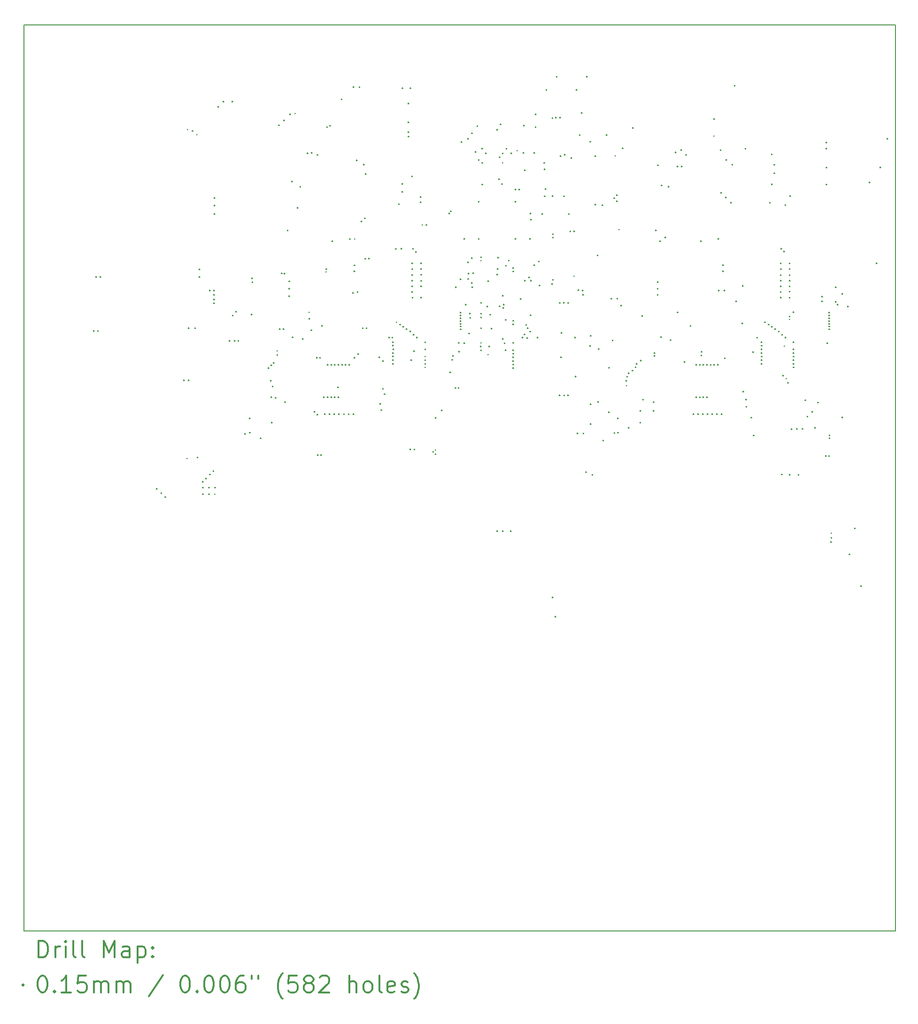
<source format=gbr>
%FSLAX45Y45*%
G04 Gerber Fmt 4.5, Leading zero omitted, Abs format (unit mm)*
G04 Created by KiCad (PCBNEW 4.0.7-e2-6376~61~ubuntu18.04.1) date Tue Nov 15 11:44:23 2022*
%MOMM*%
%LPD*%
G01*
G04 APERTURE LIST*
%ADD10C,0.127000*%
%ADD11C,0.100000*%
%ADD12C,0.200000*%
%ADD13C,0.300000*%
G04 APERTURE END LIST*
D10*
D11*
X21452000Y-9948000D02*
X21452000Y-9947000D01*
D12*
X5739000Y-9948000D02*
X21452000Y-9948000D01*
X5739000Y-9948000D02*
X5739000Y-26274000D01*
X21452000Y-26273000D02*
X21452000Y-9948000D01*
X5739000Y-26274000D02*
X21452000Y-26274000D01*
D12*
X6988542Y-15452000D02*
X7003542Y-15467000D01*
X7003542Y-15452000D02*
X6988542Y-15467000D01*
X7031500Y-14476500D02*
X7046500Y-14491500D01*
X7046500Y-14476500D02*
X7031500Y-14491500D01*
X7062542Y-15452000D02*
X7077542Y-15467000D01*
X7077542Y-15452000D02*
X7062542Y-15467000D01*
X7106500Y-14476500D02*
X7121500Y-14491500D01*
X7121500Y-14476500D02*
X7106500Y-14491500D01*
X8127500Y-18294500D02*
X8142500Y-18309500D01*
X8142500Y-18294500D02*
X8127500Y-18309500D01*
X8206500Y-18371958D02*
X8221500Y-18386958D01*
X8221500Y-18371958D02*
X8206500Y-18386958D01*
X8279500Y-18444958D02*
X8294500Y-18459958D01*
X8294500Y-18444958D02*
X8279500Y-18459958D01*
X8618042Y-16341500D02*
X8633042Y-16356500D01*
X8633042Y-16341500D02*
X8618042Y-16356500D01*
X8671271Y-17751271D02*
X8686271Y-17766271D01*
X8686271Y-17751271D02*
X8671271Y-17766271D01*
X8679042Y-11825500D02*
X8694042Y-11840500D01*
X8694042Y-11825500D02*
X8679042Y-11840500D01*
X8702042Y-16340500D02*
X8717042Y-16355500D01*
X8717042Y-16340500D02*
X8702042Y-16355500D01*
X8704042Y-15401500D02*
X8719042Y-15416500D01*
X8719042Y-15401500D02*
X8704042Y-15416500D01*
X8771042Y-11850500D02*
X8786042Y-11865500D01*
X8786042Y-11850500D02*
X8771042Y-11865500D01*
X8816042Y-15404500D02*
X8831042Y-15419500D01*
X8831042Y-15404500D02*
X8816042Y-15419500D01*
X8849042Y-11917500D02*
X8864042Y-11932500D01*
X8864042Y-11917500D02*
X8849042Y-11932500D01*
X8857500Y-17730500D02*
X8872500Y-17745500D01*
X8872500Y-17730500D02*
X8857500Y-17745500D01*
X8896500Y-14340500D02*
X8911500Y-14355500D01*
X8911500Y-14340500D02*
X8896500Y-14355500D01*
X8896500Y-14478500D02*
X8911500Y-14493500D01*
X8911500Y-14478500D02*
X8896500Y-14493500D01*
X8952500Y-18276500D02*
X8967500Y-18291500D01*
X8967500Y-18276500D02*
X8952500Y-18291500D01*
X8952500Y-18394500D02*
X8967500Y-18409500D01*
X8967500Y-18394500D02*
X8952500Y-18409500D01*
X8954000Y-18168000D02*
X8969000Y-18183000D01*
X8969000Y-18168000D02*
X8954000Y-18183000D01*
X9014000Y-18108000D02*
X9029000Y-18123000D01*
X9029000Y-18108000D02*
X9014000Y-18123000D01*
X9064500Y-18276500D02*
X9079500Y-18291500D01*
X9079500Y-18276500D02*
X9064500Y-18291500D01*
X9064500Y-18395500D02*
X9079500Y-18410500D01*
X9079500Y-18395500D02*
X9064500Y-18410500D01*
X9081542Y-14726042D02*
X9096542Y-14741042D01*
X9096542Y-14726042D02*
X9081542Y-14741042D01*
X9083500Y-18038500D02*
X9098500Y-18053500D01*
X9098500Y-18038500D02*
X9083500Y-18053500D01*
X9144500Y-17973500D02*
X9159500Y-17988500D01*
X9159500Y-17973500D02*
X9144500Y-17988500D01*
X9158542Y-14723500D02*
X9173542Y-14738500D01*
X9173542Y-14723500D02*
X9158542Y-14738500D01*
X9159042Y-14803542D02*
X9174042Y-14818542D01*
X9174042Y-14803542D02*
X9159042Y-14818542D01*
X9159042Y-14882500D02*
X9174042Y-14897500D01*
X9174042Y-14882500D02*
X9159042Y-14897500D01*
X9159042Y-14953500D02*
X9174042Y-14968500D01*
X9174042Y-14953500D02*
X9159042Y-14968500D01*
X9168500Y-13056500D02*
X9183500Y-13071500D01*
X9183500Y-13056500D02*
X9168500Y-13071500D01*
X9168500Y-13191500D02*
X9183500Y-13206500D01*
X9183500Y-13191500D02*
X9168500Y-13206500D01*
X9168500Y-13345500D02*
X9183500Y-13360500D01*
X9183500Y-13345500D02*
X9168500Y-13360500D01*
X9170500Y-18394500D02*
X9185500Y-18409500D01*
X9185500Y-18394500D02*
X9170500Y-18409500D01*
X9173500Y-18276500D02*
X9188500Y-18291500D01*
X9188500Y-18276500D02*
X9173500Y-18291500D01*
X9235500Y-11415500D02*
X9250500Y-11430500D01*
X9250500Y-11415500D02*
X9235500Y-11430500D01*
X9327500Y-11323500D02*
X9342500Y-11338500D01*
X9342500Y-11323500D02*
X9327500Y-11338500D01*
X9437500Y-15629500D02*
X9452500Y-15644500D01*
X9452500Y-15629500D02*
X9437500Y-15644500D01*
X9487500Y-11323500D02*
X9502500Y-11338500D01*
X9502500Y-11323500D02*
X9487500Y-11338500D01*
X9493500Y-15171500D02*
X9508500Y-15186500D01*
X9508500Y-15171500D02*
X9493500Y-15186500D01*
X9527500Y-15627500D02*
X9542500Y-15642500D01*
X9542500Y-15627500D02*
X9527500Y-15642500D01*
X9557500Y-15107500D02*
X9572500Y-15122500D01*
X9572500Y-15107500D02*
X9557500Y-15122500D01*
X9593500Y-15629500D02*
X9608500Y-15644500D01*
X9608500Y-15629500D02*
X9593500Y-15644500D01*
X9714042Y-17304542D02*
X9729042Y-17319542D01*
X9729042Y-17304542D02*
X9714042Y-17319542D01*
X9799500Y-17026500D02*
X9814500Y-17041500D01*
X9814500Y-17026500D02*
X9799500Y-17041500D01*
X9799500Y-17286500D02*
X9814500Y-17301500D01*
X9814500Y-17286500D02*
X9799500Y-17301500D01*
X9834042Y-15155500D02*
X9849042Y-15170500D01*
X9849042Y-15155500D02*
X9834042Y-15170500D01*
X9845654Y-14506269D02*
X9860654Y-14521269D01*
X9860654Y-14506269D02*
X9845654Y-14521269D01*
X9848500Y-14572500D02*
X9863500Y-14587500D01*
X9863500Y-14572500D02*
X9848500Y-14587500D01*
X9998042Y-17386500D02*
X10013042Y-17401500D01*
X10013042Y-17386500D02*
X9998042Y-17401500D01*
X10140500Y-16118500D02*
X10155500Y-16133500D01*
X10155500Y-16118500D02*
X10140500Y-16133500D01*
X10184500Y-16348500D02*
X10199500Y-16363500D01*
X10199500Y-16348500D02*
X10184500Y-16363500D01*
X10188500Y-16068500D02*
X10203500Y-16083500D01*
X10203500Y-16068500D02*
X10188500Y-16083500D01*
X10189500Y-16648500D02*
X10204500Y-16663500D01*
X10204500Y-16648500D02*
X10189500Y-16663500D01*
X10198250Y-17106500D02*
X10213250Y-17121500D01*
X10213250Y-17106500D02*
X10198250Y-17121500D01*
X10212500Y-16449500D02*
X10227500Y-16464500D01*
X10227500Y-16449500D02*
X10212500Y-16464500D01*
X10234500Y-16027500D02*
X10249500Y-16042500D01*
X10249500Y-16027500D02*
X10234500Y-16042500D01*
X10265500Y-16659500D02*
X10280500Y-16674500D01*
X10280500Y-16659500D02*
X10265500Y-16674500D01*
X10297500Y-15811500D02*
X10312500Y-15826500D01*
X10312500Y-15811500D02*
X10297500Y-15826500D01*
X10297500Y-15887500D02*
X10312500Y-15902500D01*
X10312500Y-15887500D02*
X10297500Y-15902500D01*
X10327500Y-11748500D02*
X10342500Y-11763500D01*
X10342500Y-11748500D02*
X10327500Y-11763500D01*
X10340500Y-15419500D02*
X10355500Y-15434500D01*
X10355500Y-15419500D02*
X10340500Y-15434500D01*
X10378500Y-14414500D02*
X10393500Y-14429500D01*
X10393500Y-14414500D02*
X10378500Y-14429500D01*
X10412500Y-15418500D02*
X10427500Y-15433500D01*
X10427500Y-15418500D02*
X10412500Y-15433500D01*
X10416500Y-11659500D02*
X10431500Y-11674500D01*
X10431500Y-11659500D02*
X10416500Y-11674500D01*
X10428500Y-14416500D02*
X10443500Y-14431500D01*
X10443500Y-14416500D02*
X10428500Y-14431500D01*
X10438458Y-16735500D02*
X10453458Y-16750500D01*
X10453458Y-16735500D02*
X10438458Y-16750500D01*
X10483500Y-13643500D02*
X10498500Y-13658500D01*
X10498500Y-13643500D02*
X10483500Y-13658500D01*
X10511042Y-14558542D02*
X10526042Y-14573542D01*
X10526042Y-14558542D02*
X10511042Y-14573542D01*
X10511042Y-14825542D02*
X10526042Y-14840542D01*
X10526042Y-14825542D02*
X10511042Y-14840542D01*
X10511500Y-14688500D02*
X10526500Y-14703500D01*
X10526500Y-14688500D02*
X10511500Y-14703500D01*
X10528500Y-11547500D02*
X10543500Y-11562500D01*
X10543500Y-11547500D02*
X10528500Y-11562500D01*
X10560500Y-12761500D02*
X10575500Y-12776500D01*
X10575500Y-12761500D02*
X10560500Y-12776500D01*
X10574500Y-15566500D02*
X10589500Y-15581500D01*
X10589500Y-15566500D02*
X10574500Y-15581500D01*
X10618500Y-11536500D02*
X10633500Y-11551500D01*
X10633500Y-11536500D02*
X10618500Y-11551500D01*
X10667500Y-13231500D02*
X10682500Y-13246500D01*
X10682500Y-13231500D02*
X10667500Y-13246500D01*
X10711458Y-12850500D02*
X10726458Y-12865500D01*
X10726458Y-12850500D02*
X10711458Y-12865500D01*
X10759500Y-15597500D02*
X10774500Y-15612500D01*
X10774500Y-15597500D02*
X10759500Y-15612500D01*
X10842042Y-12250542D02*
X10857042Y-12265542D01*
X10857042Y-12250542D02*
X10842042Y-12265542D01*
X10872500Y-15117500D02*
X10887500Y-15132500D01*
X10887500Y-15117500D02*
X10872500Y-15132500D01*
X10874500Y-15235542D02*
X10889500Y-15250542D01*
X10889500Y-15235542D02*
X10874500Y-15250542D01*
X10913500Y-15439500D02*
X10928500Y-15454500D01*
X10928500Y-15439500D02*
X10913500Y-15454500D01*
X10918500Y-12243500D02*
X10933500Y-12258500D01*
X10933500Y-12243500D02*
X10918500Y-12258500D01*
X10973042Y-16910500D02*
X10988042Y-16925500D01*
X10988042Y-16910500D02*
X10973042Y-16925500D01*
X11011042Y-15935500D02*
X11026042Y-15950500D01*
X11026042Y-15935500D02*
X11011042Y-15950500D01*
X11019458Y-12282500D02*
X11034458Y-12297500D01*
X11034458Y-12282500D02*
X11019458Y-12297500D01*
X11024042Y-16961500D02*
X11039042Y-16976500D01*
X11039042Y-16961500D02*
X11024042Y-16976500D01*
X11030042Y-17688500D02*
X11045042Y-17703500D01*
X11045042Y-17688500D02*
X11030042Y-17703500D01*
X11068042Y-15936500D02*
X11083042Y-15951500D01*
X11083042Y-15936500D02*
X11068042Y-15951500D01*
X11089042Y-17688500D02*
X11104042Y-17703500D01*
X11104042Y-17688500D02*
X11089042Y-17703500D01*
X11102458Y-15357500D02*
X11117458Y-15372500D01*
X11117458Y-15357500D02*
X11102458Y-15372500D01*
X11142000Y-16644500D02*
X11157000Y-16659500D01*
X11157000Y-16644500D02*
X11142000Y-16659500D01*
X11158500Y-16949500D02*
X11173500Y-16964500D01*
X11173500Y-16949500D02*
X11158500Y-16964500D01*
X11177500Y-14389500D02*
X11192500Y-14404500D01*
X11192500Y-14389500D02*
X11177500Y-14404500D01*
X11180500Y-14339500D02*
X11195500Y-14354500D01*
X11195500Y-14339500D02*
X11180500Y-14354500D01*
X11193500Y-11779500D02*
X11208500Y-11794500D01*
X11208500Y-11779500D02*
X11193500Y-11794500D01*
X11207000Y-16064500D02*
X11222000Y-16079500D01*
X11222000Y-16064500D02*
X11207000Y-16079500D01*
X11207000Y-16644500D02*
X11222000Y-16659500D01*
X11222000Y-16644500D02*
X11207000Y-16659500D01*
X11243500Y-16950500D02*
X11258500Y-16965500D01*
X11258500Y-16950500D02*
X11243500Y-16965500D01*
X11246500Y-11757500D02*
X11261500Y-11772500D01*
X11261500Y-11757500D02*
X11246500Y-11772500D01*
X11272000Y-16064500D02*
X11287000Y-16079500D01*
X11287000Y-16064500D02*
X11272000Y-16079500D01*
X11272000Y-16644500D02*
X11287000Y-16659500D01*
X11287000Y-16644500D02*
X11272000Y-16659500D01*
X11292542Y-13834500D02*
X11307542Y-13849500D01*
X11307542Y-13834500D02*
X11292542Y-13849500D01*
X11328500Y-16949500D02*
X11343500Y-16964500D01*
X11343500Y-16949500D02*
X11328500Y-16964500D01*
X11337000Y-16064500D02*
X11352000Y-16079500D01*
X11352000Y-16064500D02*
X11337000Y-16079500D01*
X11337000Y-16644500D02*
X11352000Y-16659500D01*
X11352000Y-16644500D02*
X11337000Y-16659500D01*
X11390500Y-16465500D02*
X11405500Y-16480500D01*
X11405500Y-16465500D02*
X11390500Y-16480500D01*
X11402000Y-16064500D02*
X11417000Y-16079500D01*
X11417000Y-16064500D02*
X11402000Y-16079500D01*
X11402000Y-16644500D02*
X11417000Y-16659500D01*
X11417000Y-16644500D02*
X11402000Y-16659500D01*
X11413500Y-16950500D02*
X11428500Y-16965500D01*
X11428500Y-16950500D02*
X11413500Y-16965500D01*
X11456500Y-11277500D02*
X11471500Y-11292500D01*
X11471500Y-11277500D02*
X11456500Y-11292500D01*
X11467000Y-16064500D02*
X11482000Y-16079500D01*
X11482000Y-16064500D02*
X11467000Y-16079500D01*
X11499500Y-16949500D02*
X11514500Y-16964500D01*
X11514500Y-16949500D02*
X11499500Y-16964500D01*
X11532000Y-16064500D02*
X11547000Y-16079500D01*
X11547000Y-16064500D02*
X11532000Y-16079500D01*
X11584500Y-16949500D02*
X11599500Y-16964500D01*
X11599500Y-16949500D02*
X11584500Y-16964500D01*
X11597000Y-16064500D02*
X11612000Y-16079500D01*
X11612000Y-16064500D02*
X11597000Y-16079500D01*
X11605042Y-13796542D02*
X11620042Y-13811542D01*
X11620042Y-13796542D02*
X11605042Y-13811542D01*
X11662042Y-14766542D02*
X11677042Y-14781542D01*
X11677042Y-14766542D02*
X11662042Y-14781542D01*
X11669500Y-16949500D02*
X11684500Y-16964500D01*
X11684500Y-16949500D02*
X11669500Y-16964500D01*
X11673500Y-11060500D02*
X11688500Y-11075500D01*
X11688500Y-11060500D02*
X11673500Y-11075500D01*
X11689500Y-15934500D02*
X11704500Y-15949500D01*
X11704500Y-15934500D02*
X11689500Y-15949500D01*
X11692458Y-14270500D02*
X11707458Y-14285500D01*
X11707458Y-14270500D02*
X11692458Y-14285500D01*
X11692500Y-14379542D02*
X11707500Y-14394542D01*
X11707500Y-14379542D02*
X11692500Y-14394542D01*
X11693042Y-13796542D02*
X11708042Y-13811542D01*
X11708042Y-13796542D02*
X11693042Y-13811542D01*
X11732500Y-12376500D02*
X11747500Y-12391500D01*
X11747500Y-12376500D02*
X11732500Y-12391500D01*
X11745042Y-14747542D02*
X11760042Y-14762542D01*
X11760042Y-14747542D02*
X11745042Y-14762542D01*
X11755500Y-15867500D02*
X11770500Y-15882500D01*
X11770500Y-15867500D02*
X11755500Y-15882500D01*
X11778500Y-11060500D02*
X11793500Y-11075500D01*
X11793500Y-11060500D02*
X11778500Y-11075500D01*
X11819500Y-13477500D02*
X11834500Y-13492500D01*
X11834500Y-13477500D02*
X11819500Y-13492500D01*
X11837042Y-15404542D02*
X11852042Y-15419542D01*
X11852042Y-15404542D02*
X11837042Y-15419542D01*
X11856458Y-12455500D02*
X11871458Y-12470500D01*
X11871458Y-12455500D02*
X11856458Y-12470500D01*
X11873500Y-13424500D02*
X11888500Y-13439500D01*
X11888500Y-13424500D02*
X11873500Y-13439500D01*
X11883042Y-14152542D02*
X11898042Y-14167542D01*
X11898042Y-14152542D02*
X11883042Y-14167542D01*
X11892500Y-12623500D02*
X11907500Y-12638500D01*
X11907500Y-12623500D02*
X11892500Y-12638500D01*
X11905042Y-15404542D02*
X11920042Y-15419542D01*
X11920042Y-15404542D02*
X11905042Y-15419542D01*
X11950042Y-14150542D02*
X11965042Y-14165542D01*
X11965042Y-14150542D02*
X11950042Y-14165542D01*
X12138500Y-15928500D02*
X12153500Y-15943500D01*
X12153500Y-15928500D02*
X12138500Y-15943500D01*
X12157542Y-16767000D02*
X12172542Y-16782000D01*
X12172542Y-16767000D02*
X12157542Y-16782000D01*
X12172542Y-16879500D02*
X12187542Y-16894500D01*
X12187542Y-16879500D02*
X12172542Y-16894500D01*
X12202500Y-16496500D02*
X12217500Y-16511500D01*
X12217500Y-16496500D02*
X12202500Y-16511500D01*
X12205500Y-15991500D02*
X12220500Y-16006500D01*
X12220500Y-15991500D02*
X12205500Y-16006500D01*
X12233542Y-16592000D02*
X12248542Y-16607000D01*
X12248542Y-16592000D02*
X12233542Y-16607000D01*
X12314500Y-15572500D02*
X12329500Y-15587500D01*
X12329500Y-15572500D02*
X12314500Y-15587500D01*
X12371500Y-15572500D02*
X12386500Y-15587500D01*
X12386500Y-15572500D02*
X12371500Y-15587500D01*
X12384500Y-15654000D02*
X12399500Y-15669000D01*
X12399500Y-15654000D02*
X12384500Y-15669000D01*
X12384500Y-15717500D02*
X12399500Y-15732500D01*
X12399500Y-15717500D02*
X12384500Y-15732500D01*
X12384500Y-15849000D02*
X12399500Y-15864000D01*
X12399500Y-15849000D02*
X12384500Y-15864000D01*
X12384500Y-15979000D02*
X12399500Y-15994000D01*
X12399500Y-15979000D02*
X12384500Y-15994000D01*
X12384500Y-16044000D02*
X12399500Y-16059000D01*
X12399500Y-16044000D02*
X12384500Y-16059000D01*
X12385750Y-15912750D02*
X12400750Y-15927750D01*
X12400750Y-15912750D02*
X12385750Y-15927750D01*
X12392500Y-15784500D02*
X12407500Y-15799500D01*
X12407500Y-15784500D02*
X12392500Y-15799500D01*
X12435458Y-13974500D02*
X12450458Y-13989500D01*
X12450458Y-13974500D02*
X12435458Y-13989500D01*
X12448000Y-15295500D02*
X12463000Y-15310500D01*
X12463000Y-15295500D02*
X12448000Y-15310500D01*
X12490500Y-13165500D02*
X12505500Y-13180500D01*
X12505500Y-13165500D02*
X12490500Y-13180500D01*
X12512500Y-15337500D02*
X12527500Y-15352500D01*
X12527500Y-15337500D02*
X12512500Y-15352500D01*
X12534500Y-13971458D02*
X12549500Y-13986458D01*
X12549500Y-13971458D02*
X12534500Y-13986458D01*
X12553500Y-11079500D02*
X12568500Y-11094500D01*
X12568500Y-11079500D02*
X12553500Y-11094500D01*
X12554500Y-12801500D02*
X12569500Y-12816500D01*
X12569500Y-12801500D02*
X12554500Y-12816500D01*
X12554500Y-12948500D02*
X12569500Y-12963500D01*
X12569500Y-12948500D02*
X12554500Y-12963500D01*
X12571500Y-15376500D02*
X12586500Y-15391500D01*
X12586500Y-15376500D02*
X12571500Y-15391500D01*
X12632500Y-15421500D02*
X12647500Y-15436500D01*
X12647500Y-15421500D02*
X12632500Y-15436500D01*
X12663500Y-11355500D02*
X12678500Y-11370500D01*
X12678500Y-11355500D02*
X12663500Y-11370500D01*
X12663500Y-11692500D02*
X12678500Y-11707500D01*
X12678500Y-11692500D02*
X12663500Y-11707500D01*
X12663500Y-11869500D02*
X12678500Y-11884500D01*
X12678500Y-11869500D02*
X12663500Y-11884500D01*
X12664000Y-11951000D02*
X12679000Y-11966000D01*
X12679000Y-11951000D02*
X12664000Y-11966000D01*
X12695500Y-11079500D02*
X12710500Y-11094500D01*
X12710500Y-11079500D02*
X12695500Y-11094500D01*
X12695500Y-15462500D02*
X12710500Y-15477500D01*
X12710500Y-15462500D02*
X12695500Y-15477500D01*
X12696042Y-17585500D02*
X12711042Y-17600500D01*
X12711042Y-17585500D02*
X12696042Y-17600500D01*
X12716500Y-15978500D02*
X12731500Y-15993500D01*
X12731500Y-15978500D02*
X12716500Y-15993500D01*
X12727500Y-12666500D02*
X12742500Y-12681500D01*
X12742500Y-12666500D02*
X12727500Y-12681500D01*
X12729500Y-14231500D02*
X12744500Y-14246500D01*
X12744500Y-14231500D02*
X12729500Y-14246500D01*
X12729500Y-14444500D02*
X12744500Y-14459500D01*
X12744500Y-14444500D02*
X12729500Y-14459500D01*
X12730500Y-14338500D02*
X12745500Y-14353500D01*
X12745500Y-14338500D02*
X12730500Y-14353500D01*
X12730500Y-14750500D02*
X12745500Y-14765500D01*
X12745500Y-14750500D02*
X12730500Y-14765500D01*
X12731500Y-14549500D02*
X12746500Y-14564500D01*
X12746500Y-14549500D02*
X12731500Y-14564500D01*
X12731500Y-14649500D02*
X12746500Y-14664500D01*
X12746500Y-14649500D02*
X12731500Y-14664500D01*
X12734500Y-14851500D02*
X12749500Y-14866500D01*
X12749500Y-14851500D02*
X12734500Y-14866500D01*
X12743458Y-13971458D02*
X12758458Y-13986458D01*
X12758458Y-13971458D02*
X12743458Y-13986458D01*
X12755500Y-15520500D02*
X12770500Y-15535500D01*
X12770500Y-15520500D02*
X12755500Y-15535500D01*
X12765500Y-15817500D02*
X12780500Y-15832500D01*
X12780500Y-15817500D02*
X12765500Y-15832500D01*
X12770042Y-17585500D02*
X12785042Y-17600500D01*
X12785042Y-17585500D02*
X12770042Y-17600500D01*
X12800542Y-14028542D02*
X12815542Y-14043542D01*
X12815542Y-14028542D02*
X12800542Y-14043542D01*
X12815500Y-15573500D02*
X12830500Y-15588500D01*
X12830500Y-15573500D02*
X12815500Y-15588500D01*
X12884500Y-13042500D02*
X12899500Y-13057500D01*
X12899500Y-13042500D02*
X12884500Y-13057500D01*
X12884500Y-13134500D02*
X12899500Y-13149500D01*
X12899500Y-13134500D02*
X12884500Y-13149500D01*
X12890458Y-14231500D02*
X12905458Y-14246500D01*
X12905458Y-14231500D02*
X12890458Y-14246500D01*
X12890458Y-14550500D02*
X12905458Y-14565500D01*
X12905458Y-14550500D02*
X12890458Y-14565500D01*
X12890458Y-14851500D02*
X12905458Y-14866500D01*
X12905458Y-14851500D02*
X12890458Y-14866500D01*
X12890500Y-14332500D02*
X12905500Y-14347500D01*
X12905500Y-14332500D02*
X12890500Y-14347500D01*
X12890500Y-14440500D02*
X12905500Y-14455500D01*
X12905500Y-14440500D02*
X12890500Y-14455500D01*
X12890500Y-14649500D02*
X12905500Y-14664500D01*
X12905500Y-14649500D02*
X12890500Y-14664500D01*
X12912500Y-13543500D02*
X12927500Y-13558500D01*
X12927500Y-13543500D02*
X12912500Y-13558500D01*
X12964500Y-15654000D02*
X12979500Y-15669000D01*
X12979500Y-15654000D02*
X12964500Y-15669000D01*
X12964500Y-15784000D02*
X12979500Y-15799000D01*
X12979500Y-15784000D02*
X12964500Y-15799000D01*
X12964500Y-15914000D02*
X12979500Y-15929000D01*
X12979500Y-15914000D02*
X12964500Y-15929000D01*
X12964500Y-16044000D02*
X12979500Y-16059000D01*
X12979500Y-16044000D02*
X12964500Y-16059000D01*
X12964500Y-16109000D02*
X12979500Y-16124000D01*
X12979500Y-16109000D02*
X12964500Y-16124000D01*
X12964542Y-15979000D02*
X12979542Y-15994000D01*
X12979542Y-15979000D02*
X12964542Y-15994000D01*
X12986500Y-13543500D02*
X13001500Y-13558500D01*
X13001500Y-13543500D02*
X12986500Y-13558500D01*
X13107042Y-17628500D02*
X13122042Y-17643500D01*
X13122042Y-17628500D02*
X13107042Y-17643500D01*
X13151042Y-17599500D02*
X13166042Y-17614500D01*
X13166042Y-17599500D02*
X13151042Y-17614500D01*
X13151042Y-17671500D02*
X13166042Y-17686500D01*
X13166042Y-17671500D02*
X13151042Y-17686500D01*
X13151500Y-17019500D02*
X13166500Y-17034500D01*
X13166500Y-17019500D02*
X13151500Y-17034500D01*
X13267500Y-16882500D02*
X13282500Y-16897500D01*
X13282500Y-16882500D02*
X13267500Y-16897500D01*
X13397500Y-13334500D02*
X13412500Y-13349500D01*
X13412500Y-13334500D02*
X13397500Y-13349500D01*
X13415542Y-16195000D02*
X13430542Y-16210000D01*
X13430542Y-16195000D02*
X13415542Y-16210000D01*
X13427500Y-13298500D02*
X13442500Y-13313500D01*
X13442500Y-13298500D02*
X13427500Y-13313500D01*
X13453542Y-15973000D02*
X13468542Y-15988000D01*
X13468542Y-15973000D02*
X13453542Y-15988000D01*
X13470500Y-15901500D02*
X13485500Y-15916500D01*
X13485500Y-15901500D02*
X13470500Y-15916500D01*
X13512500Y-16481500D02*
X13527500Y-16496500D01*
X13527500Y-16481500D02*
X13512500Y-16496500D01*
X13518042Y-14668042D02*
X13533042Y-14683042D01*
X13533042Y-14668042D02*
X13518042Y-14683042D01*
X13564500Y-16476500D02*
X13579500Y-16491500D01*
X13579500Y-16476500D02*
X13564500Y-16491500D01*
X13570458Y-15668500D02*
X13585458Y-15683500D01*
X13585458Y-15668500D02*
X13570458Y-15683500D01*
X13575500Y-15824500D02*
X13590500Y-15839500D01*
X13590500Y-15824500D02*
X13575500Y-15839500D01*
X13602500Y-14518500D02*
X13617500Y-14533500D01*
X13617500Y-14518500D02*
X13602500Y-14533500D01*
X13603000Y-15122500D02*
X13618000Y-15137500D01*
X13618000Y-15122500D02*
X13603000Y-15137500D01*
X13603000Y-15172500D02*
X13618000Y-15187500D01*
X13618000Y-15172500D02*
X13603000Y-15187500D01*
X13603000Y-15222500D02*
X13618000Y-15237500D01*
X13618000Y-15222500D02*
X13603000Y-15237500D01*
X13603000Y-15272500D02*
X13618000Y-15287500D01*
X13618000Y-15272500D02*
X13603000Y-15287500D01*
X13603000Y-15322500D02*
X13618000Y-15337500D01*
X13618000Y-15322500D02*
X13603000Y-15337500D01*
X13603000Y-15372500D02*
X13618000Y-15387500D01*
X13618000Y-15372500D02*
X13603000Y-15387500D01*
X13603000Y-15422500D02*
X13618000Y-15437500D01*
X13618000Y-15422500D02*
X13603000Y-15437500D01*
X13619500Y-12048500D02*
X13634500Y-12063500D01*
X13634500Y-12048500D02*
X13619500Y-12063500D01*
X13668500Y-15672500D02*
X13683500Y-15687500D01*
X13683500Y-15672500D02*
X13668500Y-15687500D01*
X13671500Y-13793500D02*
X13686500Y-13808500D01*
X13686500Y-13793500D02*
X13671500Y-13808500D01*
X13695500Y-14977500D02*
X13710500Y-14992500D01*
X13710500Y-14977500D02*
X13695500Y-14992500D01*
X13735500Y-11990500D02*
X13750500Y-12005500D01*
X13750500Y-11990500D02*
X13735500Y-12005500D01*
X13739500Y-14219500D02*
X13754500Y-14234500D01*
X13754500Y-14219500D02*
X13739500Y-14234500D01*
X13740500Y-14517500D02*
X13755500Y-14532500D01*
X13755500Y-14517500D02*
X13740500Y-14532500D01*
X13746500Y-14417500D02*
X13761500Y-14432500D01*
X13761500Y-14417500D02*
X13746500Y-14432500D01*
X13756500Y-15499500D02*
X13771500Y-15514500D01*
X13771500Y-15499500D02*
X13756500Y-15514500D01*
X13769500Y-15136500D02*
X13784500Y-15151500D01*
X13784500Y-15136500D02*
X13769500Y-15151500D01*
X13777500Y-15218500D02*
X13792500Y-15233500D01*
X13792500Y-15218500D02*
X13777500Y-15233500D01*
X13804500Y-11891500D02*
X13819500Y-11906500D01*
X13819500Y-11891500D02*
X13804500Y-11906500D01*
X13805500Y-14141500D02*
X13820500Y-14156500D01*
X13820500Y-14141500D02*
X13805500Y-14156500D01*
X13807500Y-14590000D02*
X13822500Y-14605000D01*
X13822500Y-14590000D02*
X13807500Y-14605000D01*
X13817500Y-14668042D02*
X13832500Y-14683042D01*
X13832500Y-14668042D02*
X13817500Y-14683042D01*
X13828500Y-14411500D02*
X13843500Y-14426500D01*
X13843500Y-14411500D02*
X13828500Y-14426500D01*
X13872500Y-12226500D02*
X13887500Y-12241500D01*
X13887500Y-12226500D02*
X13872500Y-12241500D01*
X13903500Y-11759500D02*
X13918500Y-11774500D01*
X13918500Y-11759500D02*
X13903500Y-11774500D01*
X13929500Y-12370500D02*
X13944500Y-12385500D01*
X13944500Y-12370500D02*
X13929500Y-12385500D01*
X13929500Y-13121500D02*
X13944500Y-13136500D01*
X13944500Y-13121500D02*
X13929500Y-13136500D01*
X13929500Y-13793458D02*
X13944500Y-13808458D01*
X13944500Y-13793458D02*
X13929500Y-13808458D01*
X13969500Y-15731500D02*
X13984500Y-15746500D01*
X13984500Y-15731500D02*
X13969500Y-15746500D01*
X13970500Y-14946000D02*
X13985500Y-14961000D01*
X13985500Y-14946000D02*
X13970500Y-14961000D01*
X13970500Y-15141000D02*
X13985500Y-15156000D01*
X13985500Y-15141000D02*
X13970500Y-15156000D01*
X13970500Y-15206000D02*
X13985500Y-15221000D01*
X13985500Y-15206000D02*
X13970500Y-15221000D01*
X13970500Y-15401000D02*
X13985500Y-15416000D01*
X13985500Y-15401000D02*
X13970500Y-15416000D01*
X13971500Y-14121000D02*
X13986500Y-14136000D01*
X13986500Y-14121000D02*
X13971500Y-14136000D01*
X13971500Y-14186000D02*
X13986500Y-14201000D01*
X13986500Y-14186000D02*
X13971500Y-14201000D01*
X13971542Y-15668500D02*
X13986542Y-15683500D01*
X13986542Y-15668500D02*
X13971542Y-15683500D01*
X13971542Y-15798500D02*
X13986542Y-15813500D01*
X13986542Y-15798500D02*
X13971542Y-15813500D01*
X13991500Y-12425500D02*
X14006500Y-12440500D01*
X14006500Y-12425500D02*
X13991500Y-12440500D01*
X13993500Y-12167500D02*
X14008500Y-12182500D01*
X14008500Y-12167500D02*
X13993500Y-12182500D01*
X13993500Y-12814500D02*
X14008500Y-12829500D01*
X14008500Y-12814500D02*
X13993500Y-12829500D01*
X14060500Y-12251500D02*
X14075500Y-12266500D01*
X14075500Y-12251500D02*
X14060500Y-12266500D01*
X14085500Y-15011500D02*
X14100500Y-15026500D01*
X14100500Y-15011500D02*
X14085500Y-15026500D01*
X14097500Y-15880500D02*
X14112500Y-15895500D01*
X14112500Y-15880500D02*
X14097500Y-15895500D01*
X14105500Y-14556500D02*
X14120500Y-14571500D01*
X14120500Y-14556500D02*
X14105500Y-14571500D01*
X14116500Y-15734500D02*
X14131500Y-15749500D01*
X14131500Y-15734500D02*
X14116500Y-15749500D01*
X14135500Y-15160500D02*
X14150500Y-15175500D01*
X14150500Y-15160500D02*
X14135500Y-15175500D01*
X14160500Y-15409500D02*
X14175500Y-15424500D01*
X14175500Y-15409500D02*
X14160500Y-15424500D01*
X14260500Y-14436500D02*
X14275500Y-14451500D01*
X14275500Y-14436500D02*
X14260500Y-14451500D01*
X14261500Y-11830500D02*
X14276500Y-11845500D01*
X14276500Y-11830500D02*
X14261500Y-11845500D01*
X14265500Y-19058500D02*
X14280500Y-19073500D01*
X14280500Y-19058500D02*
X14265500Y-19073500D01*
X14274500Y-14334500D02*
X14289500Y-14349500D01*
X14289500Y-14334500D02*
X14274500Y-14349500D01*
X14277500Y-14134500D02*
X14292500Y-14149500D01*
X14292500Y-14134500D02*
X14277500Y-14149500D01*
X14296500Y-12716500D02*
X14311500Y-12731500D01*
X14311500Y-12716500D02*
X14296500Y-12731500D01*
X14303500Y-15007500D02*
X14318500Y-15022500D01*
X14318500Y-15007500D02*
X14303500Y-15022500D01*
X14304500Y-12323500D02*
X14319500Y-12338500D01*
X14319500Y-12323500D02*
X14304500Y-12338500D01*
X14321500Y-11731500D02*
X14336500Y-11746500D01*
X14336500Y-11731500D02*
X14321500Y-11746500D01*
X14347500Y-12807500D02*
X14362500Y-12822500D01*
X14362500Y-12807500D02*
X14347500Y-12822500D01*
X14360500Y-12425500D02*
X14375500Y-12440500D01*
X14375500Y-12425500D02*
X14360500Y-12440500D01*
X14361500Y-12251500D02*
X14376500Y-12266500D01*
X14376500Y-12251500D02*
X14361500Y-12266500D01*
X14362500Y-15595500D02*
X14377500Y-15610500D01*
X14377500Y-15595500D02*
X14362500Y-15610500D01*
X14365500Y-19058500D02*
X14380500Y-19073500D01*
X14380500Y-19058500D02*
X14365500Y-19073500D01*
X14366500Y-14820500D02*
X14381500Y-14835500D01*
X14381500Y-14820500D02*
X14366500Y-14835500D01*
X14372500Y-15039500D02*
X14387500Y-15054500D01*
X14387500Y-15039500D02*
X14372500Y-15054500D01*
X14384500Y-14975500D02*
X14399500Y-14990500D01*
X14399500Y-14975500D02*
X14384500Y-14990500D01*
X14395500Y-15670500D02*
X14410500Y-15685500D01*
X14410500Y-15670500D02*
X14395500Y-15685500D01*
X14413542Y-15798000D02*
X14428542Y-15813000D01*
X14428542Y-15798000D02*
X14413542Y-15813000D01*
X14414500Y-15254500D02*
X14429500Y-15269500D01*
X14429500Y-15254500D02*
X14414500Y-15269500D01*
X14419500Y-14276500D02*
X14434500Y-14291500D01*
X14434500Y-14276500D02*
X14419500Y-14291500D01*
X14429500Y-12167500D02*
X14444500Y-12182500D01*
X14444500Y-12167500D02*
X14429500Y-12182500D01*
X14470500Y-14184500D02*
X14485500Y-14199500D01*
X14485500Y-14184500D02*
X14470500Y-14199500D01*
X14508500Y-19058500D02*
X14523500Y-19073500D01*
X14523500Y-19058500D02*
X14508500Y-19073500D01*
X14518500Y-12251500D02*
X14533500Y-12266500D01*
X14533500Y-12251500D02*
X14518500Y-12266500D01*
X14550500Y-15271000D02*
X14565500Y-15286000D01*
X14565500Y-15271000D02*
X14550500Y-15286000D01*
X14550500Y-15336000D02*
X14565500Y-15351000D01*
X14565500Y-15336000D02*
X14550500Y-15351000D01*
X14550542Y-15799000D02*
X14565542Y-15814000D01*
X14565542Y-15799000D02*
X14550542Y-15814000D01*
X14551500Y-14316000D02*
X14566500Y-14331000D01*
X14566500Y-14316000D02*
X14551500Y-14331000D01*
X14551500Y-14381000D02*
X14566500Y-14396000D01*
X14566500Y-14381000D02*
X14551500Y-14396000D01*
X14551542Y-15668500D02*
X14566542Y-15683500D01*
X14566542Y-15668500D02*
X14551542Y-15683500D01*
X14551542Y-15863500D02*
X14566542Y-15878500D01*
X14566542Y-15863500D02*
X14551542Y-15878500D01*
X14551542Y-15928500D02*
X14566542Y-15943500D01*
X14566542Y-15928500D02*
X14551542Y-15943500D01*
X14551542Y-15993500D02*
X14566542Y-16008500D01*
X14566542Y-15993500D02*
X14551542Y-16008500D01*
X14551542Y-16058500D02*
X14566542Y-16073500D01*
X14566542Y-16058500D02*
X14551542Y-16073500D01*
X14551542Y-16123500D02*
X14566542Y-16138500D01*
X14566542Y-16123500D02*
X14551542Y-16138500D01*
X14596500Y-12904500D02*
X14611500Y-12919500D01*
X14611500Y-12904500D02*
X14596500Y-12919500D01*
X14596500Y-13121500D02*
X14611500Y-13136500D01*
X14611500Y-13121500D02*
X14596500Y-13136500D01*
X14596500Y-13793458D02*
X14611500Y-13808458D01*
X14611500Y-13793458D02*
X14596500Y-13808458D01*
X14622500Y-12206500D02*
X14637500Y-12221500D01*
X14637500Y-12206500D02*
X14622500Y-12221500D01*
X14661500Y-12901500D02*
X14676500Y-12916500D01*
X14676500Y-12901500D02*
X14661500Y-12916500D01*
X14685500Y-14874542D02*
X14700500Y-14889542D01*
X14700500Y-14874542D02*
X14685500Y-14889542D01*
X14720500Y-15569500D02*
X14735500Y-15584500D01*
X14735500Y-15569500D02*
X14720500Y-15584500D01*
X14738500Y-12242500D02*
X14753500Y-12257500D01*
X14753500Y-12242500D02*
X14738500Y-12257500D01*
X14747500Y-11749500D02*
X14762500Y-11764500D01*
X14762500Y-11749500D02*
X14747500Y-11764500D01*
X14756500Y-15516500D02*
X14771500Y-15531500D01*
X14771500Y-15516500D02*
X14756500Y-15531500D01*
X14764500Y-12554500D02*
X14779500Y-12569500D01*
X14779500Y-12554500D02*
X14764500Y-12569500D01*
X14764500Y-14549500D02*
X14779500Y-14564500D01*
X14779500Y-14549500D02*
X14764500Y-14564500D01*
X14784500Y-15339500D02*
X14799500Y-15354500D01*
X14799500Y-15339500D02*
X14784500Y-15354500D01*
X14802500Y-15577500D02*
X14817500Y-15592500D01*
X14817500Y-15577500D02*
X14802500Y-15592500D01*
X14811500Y-15403500D02*
X14826500Y-15418500D01*
X14826500Y-15403500D02*
X14811500Y-15418500D01*
X14841500Y-14485500D02*
X14856500Y-14500500D01*
X14856500Y-14485500D02*
X14841500Y-14500500D01*
X14853500Y-15465500D02*
X14868500Y-15480500D01*
X14868500Y-15465500D02*
X14853500Y-15480500D01*
X14856500Y-13795500D02*
X14871500Y-13810500D01*
X14871500Y-13795500D02*
X14856500Y-13810500D01*
X14862500Y-15169500D02*
X14877500Y-15184500D01*
X14877500Y-15169500D02*
X14862500Y-15184500D01*
X14866500Y-13335500D02*
X14881500Y-13350500D01*
X14881500Y-13335500D02*
X14866500Y-13350500D01*
X14870500Y-13443500D02*
X14885500Y-13458500D01*
X14885500Y-13443500D02*
X14870500Y-13458500D01*
X14874500Y-14548500D02*
X14889500Y-14563500D01*
X14889500Y-14548500D02*
X14874500Y-14563500D01*
X14933500Y-14266500D02*
X14948500Y-14281500D01*
X14948500Y-14266500D02*
X14933500Y-14281500D01*
X14934500Y-12240500D02*
X14949500Y-12255500D01*
X14949500Y-12240500D02*
X14934500Y-12255500D01*
X14953500Y-11779500D02*
X14968500Y-11794500D01*
X14968500Y-11779500D02*
X14953500Y-11794500D01*
X14955500Y-11548500D02*
X14970500Y-11563500D01*
X14970500Y-11548500D02*
X14955500Y-11563500D01*
X14994500Y-15568500D02*
X15009500Y-15583500D01*
X15009500Y-15568500D02*
X14994500Y-15583500D01*
X15013500Y-14199500D02*
X15028500Y-14214500D01*
X15028500Y-14199500D02*
X15013500Y-14214500D01*
X15022500Y-14635500D02*
X15037500Y-14650500D01*
X15037500Y-14635500D02*
X15022500Y-14650500D01*
X15076500Y-13342500D02*
X15091500Y-13357500D01*
X15091500Y-13342500D02*
X15076500Y-13357500D01*
X15112500Y-12426500D02*
X15127500Y-12441500D01*
X15127500Y-12426500D02*
X15112500Y-12441500D01*
X15119500Y-12538500D02*
X15134500Y-12553500D01*
X15134500Y-12538500D02*
X15119500Y-12553500D01*
X15121042Y-13027500D02*
X15136042Y-13042500D01*
X15136042Y-13027500D02*
X15121042Y-13042500D01*
X15138500Y-12898500D02*
X15153500Y-12913500D01*
X15153500Y-12898500D02*
X15138500Y-12913500D01*
X15147500Y-11109500D02*
X15162500Y-11124500D01*
X15162500Y-11109500D02*
X15147500Y-11124500D01*
X15255042Y-14603542D02*
X15270042Y-14618542D01*
X15270042Y-14603542D02*
X15255042Y-14618542D01*
X15257500Y-11617500D02*
X15272500Y-11632500D01*
X15272500Y-11617500D02*
X15257500Y-11632500D01*
X15259500Y-20251500D02*
X15274500Y-20266500D01*
X15274500Y-20251500D02*
X15259500Y-20266500D01*
X15265042Y-13025500D02*
X15280042Y-13040500D01*
X15280042Y-13025500D02*
X15265042Y-13040500D01*
X15267042Y-13711542D02*
X15282042Y-13726542D01*
X15282042Y-13711542D02*
X15267042Y-13726542D01*
X15267042Y-13767542D02*
X15282042Y-13782542D01*
X15282042Y-13767542D02*
X15267042Y-13782542D01*
X15267042Y-14530542D02*
X15282042Y-14545542D01*
X15282042Y-14530542D02*
X15267042Y-14545542D01*
X15312500Y-20603500D02*
X15327500Y-20618500D01*
X15327500Y-20603500D02*
X15312500Y-20618500D01*
X15324500Y-11611500D02*
X15339500Y-11626500D01*
X15339500Y-11611500D02*
X15324500Y-11626500D01*
X15335500Y-10871500D02*
X15350500Y-10886500D01*
X15350500Y-10871500D02*
X15335500Y-10886500D01*
X15389500Y-14949500D02*
X15404500Y-14964500D01*
X15404500Y-14949500D02*
X15389500Y-14964500D01*
X15389500Y-16611500D02*
X15404500Y-16626500D01*
X15404500Y-16611500D02*
X15389500Y-16626500D01*
X15396500Y-11611500D02*
X15411500Y-11626500D01*
X15411500Y-11611500D02*
X15396500Y-11626500D01*
X15405500Y-12300500D02*
X15420500Y-12315500D01*
X15420500Y-12300500D02*
X15405500Y-12315500D01*
X15416500Y-15928500D02*
X15431500Y-15943500D01*
X15431500Y-15928500D02*
X15416500Y-15943500D01*
X15421500Y-15488500D02*
X15436500Y-15503500D01*
X15436500Y-15488500D02*
X15421500Y-15503500D01*
X15466500Y-14947500D02*
X15481500Y-14962500D01*
X15481500Y-14947500D02*
X15466500Y-14962500D01*
X15467042Y-13027500D02*
X15482042Y-13042500D01*
X15482042Y-13027500D02*
X15467042Y-13042500D01*
X15469500Y-16611500D02*
X15484500Y-16626500D01*
X15484500Y-16611500D02*
X15469500Y-16626500D01*
X15479500Y-12276500D02*
X15494500Y-12291500D01*
X15494500Y-12276500D02*
X15479500Y-12291500D01*
X15544500Y-14949500D02*
X15559500Y-14964500D01*
X15559500Y-14949500D02*
X15544500Y-14964500D01*
X15544500Y-16611500D02*
X15559500Y-16626500D01*
X15559500Y-16611500D02*
X15544500Y-16626500D01*
X15554500Y-13342500D02*
X15569500Y-13357500D01*
X15569500Y-13342500D02*
X15554500Y-13357500D01*
X15580042Y-13656542D02*
X15595042Y-13671542D01*
X15595042Y-13656542D02*
X15580042Y-13671542D01*
X15600500Y-12335500D02*
X15615500Y-12350500D01*
X15615500Y-12335500D02*
X15600500Y-12350500D01*
X15647500Y-14465500D02*
X15662500Y-14480500D01*
X15662500Y-14465500D02*
X15647500Y-14480500D01*
X15651000Y-13657000D02*
X15666000Y-13672000D01*
X15666000Y-13657000D02*
X15651000Y-13672000D01*
X15668500Y-15570500D02*
X15683500Y-15585500D01*
X15683500Y-15570500D02*
X15668500Y-15585500D01*
X15678500Y-16271500D02*
X15693500Y-16286500D01*
X15693500Y-16271500D02*
X15678500Y-16286500D01*
X15692500Y-11110500D02*
X15707500Y-11125500D01*
X15707500Y-11110500D02*
X15692500Y-11125500D01*
X15713042Y-17295542D02*
X15728042Y-17310542D01*
X15728042Y-17295542D02*
X15713042Y-17310542D01*
X15730042Y-14719042D02*
X15745042Y-14734042D01*
X15745042Y-14719042D02*
X15730042Y-14734042D01*
X15748500Y-11919500D02*
X15763500Y-11934500D01*
X15763500Y-11919500D02*
X15748500Y-11934500D01*
X15787500Y-11521500D02*
X15802500Y-11536500D01*
X15802500Y-11521500D02*
X15787500Y-11536500D01*
X15803042Y-14723000D02*
X15818042Y-14738000D01*
X15818042Y-14723000D02*
X15803042Y-14738000D01*
X15814500Y-14803500D02*
X15829500Y-14818500D01*
X15829500Y-14803500D02*
X15814500Y-14818500D01*
X15818042Y-17295542D02*
X15833042Y-17310542D01*
X15833042Y-17295542D02*
X15818042Y-17310542D01*
X15860500Y-17996958D02*
X15875500Y-18011958D01*
X15875500Y-17996958D02*
X15860500Y-18011958D01*
X15882500Y-10870500D02*
X15897500Y-10885500D01*
X15897500Y-10870500D02*
X15882500Y-10885500D01*
X15938500Y-12044500D02*
X15953500Y-12059500D01*
X15953500Y-12044500D02*
X15938500Y-12059500D01*
X15939500Y-15723500D02*
X15954500Y-15738500D01*
X15954500Y-15723500D02*
X15939500Y-15738500D01*
X15948500Y-15541500D02*
X15963500Y-15556500D01*
X15963500Y-15541500D02*
X15948500Y-15556500D01*
X15948500Y-16775500D02*
X15963500Y-16790500D01*
X15963500Y-16775500D02*
X15948500Y-16790500D01*
X15948500Y-17126542D02*
X15963500Y-17141542D01*
X15963500Y-17126542D02*
X15948500Y-17141542D01*
X15978500Y-18042500D02*
X15993500Y-18057500D01*
X15993500Y-18042500D02*
X15978500Y-18057500D01*
X16034500Y-12301500D02*
X16049500Y-12316500D01*
X16049500Y-12301500D02*
X16034500Y-12316500D01*
X16034500Y-13175500D02*
X16049500Y-13190500D01*
X16049500Y-13175500D02*
X16034500Y-13190500D01*
X16070500Y-14087500D02*
X16085500Y-14102500D01*
X16085500Y-14087500D02*
X16070500Y-14102500D01*
X16084500Y-16733500D02*
X16099500Y-16748500D01*
X16099500Y-16733500D02*
X16084500Y-16748500D01*
X16093500Y-15778500D02*
X16108500Y-15793500D01*
X16108500Y-15778500D02*
X16093500Y-15793500D01*
X16159500Y-13188500D02*
X16174500Y-13203500D01*
X16174500Y-13188500D02*
X16159500Y-13203500D01*
X16173042Y-17422542D02*
X16188042Y-17437542D01*
X16188042Y-17422542D02*
X16173042Y-17437542D01*
X16237500Y-11923500D02*
X16252500Y-11938500D01*
X16252500Y-11923500D02*
X16237500Y-11938500D01*
X16277500Y-16117500D02*
X16292500Y-16132500D01*
X16292500Y-16117500D02*
X16277500Y-16132500D01*
X16277500Y-16918542D02*
X16292500Y-16933542D01*
X16292500Y-16918542D02*
X16277500Y-16933542D01*
X16322500Y-14873500D02*
X16337500Y-14888500D01*
X16337500Y-14873500D02*
X16322500Y-14888500D01*
X16341500Y-15624500D02*
X16356500Y-15639500D01*
X16356500Y-15624500D02*
X16341500Y-15639500D01*
X16373500Y-13060500D02*
X16388500Y-13075500D01*
X16388500Y-13060500D02*
X16373500Y-13075500D01*
X16376042Y-17288542D02*
X16391042Y-17303542D01*
X16391042Y-17288542D02*
X16376042Y-17303542D01*
X16392500Y-12299500D02*
X16407500Y-12314500D01*
X16407500Y-12299500D02*
X16392500Y-12314500D01*
X16421500Y-13008500D02*
X16436500Y-13023500D01*
X16436500Y-13008500D02*
X16421500Y-13023500D01*
X16421500Y-13116500D02*
X16436500Y-13131500D01*
X16436500Y-13116500D02*
X16421500Y-13131500D01*
X16426500Y-14866500D02*
X16441500Y-14881500D01*
X16441500Y-14866500D02*
X16426500Y-14881500D01*
X16442500Y-17026500D02*
X16457500Y-17041500D01*
X16457500Y-17026500D02*
X16442500Y-17041500D01*
X16442500Y-17286500D02*
X16457500Y-17301500D01*
X16457500Y-17286500D02*
X16442500Y-17301500D01*
X16461500Y-13628500D02*
X16476500Y-13643500D01*
X16476500Y-13628500D02*
X16461500Y-13643500D01*
X16497500Y-14997500D02*
X16512500Y-15012500D01*
X16512500Y-14997500D02*
X16497500Y-15012500D01*
X16522500Y-12162500D02*
X16537500Y-12177500D01*
X16537500Y-12162500D02*
X16522500Y-12177500D01*
X16592500Y-16347500D02*
X16607500Y-16362500D01*
X16607500Y-16347500D02*
X16592500Y-16362500D01*
X16596500Y-16438500D02*
X16611500Y-16453500D01*
X16611500Y-16438500D02*
X16596500Y-16453500D01*
X16604500Y-16273500D02*
X16619500Y-16288500D01*
X16619500Y-16273500D02*
X16604500Y-16288500D01*
X16631500Y-16215500D02*
X16646500Y-16230500D01*
X16646500Y-16215500D02*
X16631500Y-16230500D01*
X16633500Y-17198500D02*
X16648500Y-17213500D01*
X16648500Y-17198500D02*
X16633500Y-17213500D01*
X16700500Y-16168500D02*
X16715500Y-16183500D01*
X16715500Y-16168500D02*
X16700500Y-16183500D01*
X16711500Y-11795500D02*
X16726500Y-11810500D01*
X16726500Y-11795500D02*
X16711500Y-11810500D01*
X16757500Y-16107500D02*
X16772500Y-16122500D01*
X16772500Y-16107500D02*
X16757500Y-16122500D01*
X16780500Y-16047500D02*
X16795500Y-16062500D01*
X16795500Y-16047500D02*
X16780500Y-16062500D01*
X16841250Y-17106500D02*
X16856250Y-17121500D01*
X16856250Y-17106500D02*
X16841250Y-17121500D01*
X16848042Y-16891500D02*
X16863042Y-16906500D01*
X16863042Y-16891500D02*
X16848042Y-16906500D01*
X16851500Y-15987500D02*
X16866500Y-16002500D01*
X16866500Y-15987500D02*
X16851500Y-16002500D01*
X16877500Y-15182500D02*
X16892500Y-15197500D01*
X16892500Y-15182500D02*
X16877500Y-15197500D01*
X16892500Y-16690500D02*
X16907500Y-16705500D01*
X16907500Y-16690500D02*
X16892500Y-16705500D01*
X17081458Y-16735500D02*
X17096458Y-16750500D01*
X17096458Y-16735500D02*
X17081458Y-16750500D01*
X17081458Y-16893500D02*
X17096458Y-16908500D01*
X17096458Y-16893500D02*
X17081458Y-16908500D01*
X17100500Y-15847500D02*
X17115500Y-15862500D01*
X17115500Y-15847500D02*
X17100500Y-15862500D01*
X17100500Y-15903500D02*
X17115500Y-15918500D01*
X17115500Y-15903500D02*
X17100500Y-15918500D01*
X17128000Y-13643000D02*
X17143000Y-13658000D01*
X17143000Y-13643000D02*
X17128000Y-13658000D01*
X17155000Y-14688000D02*
X17170000Y-14703000D01*
X17170000Y-14688000D02*
X17155000Y-14703000D01*
X17155042Y-14797542D02*
X17170042Y-14812542D01*
X17170042Y-14797542D02*
X17155042Y-14812542D01*
X17158042Y-14569542D02*
X17173042Y-14584542D01*
X17173042Y-14569542D02*
X17158042Y-14584542D01*
X17158500Y-12467500D02*
X17173500Y-12482500D01*
X17173500Y-12467500D02*
X17158500Y-12482500D01*
X17202042Y-13836542D02*
X17217042Y-13851542D01*
X17217042Y-13836542D02*
X17202042Y-13851542D01*
X17215500Y-15565500D02*
X17230500Y-15580500D01*
X17230500Y-15565500D02*
X17215500Y-15580500D01*
X17224500Y-12831500D02*
X17239500Y-12846500D01*
X17239500Y-12831500D02*
X17224500Y-12846500D01*
X17295042Y-13770542D02*
X17310042Y-13785542D01*
X17310042Y-13770542D02*
X17295042Y-13785542D01*
X17356458Y-12850500D02*
X17371458Y-12865500D01*
X17371458Y-12850500D02*
X17356458Y-12865500D01*
X17389500Y-15618500D02*
X17404500Y-15633500D01*
X17404500Y-15618500D02*
X17389500Y-15633500D01*
X17481042Y-12232542D02*
X17496042Y-12247542D01*
X17496042Y-12232542D02*
X17481042Y-12247542D01*
X17515500Y-12486500D02*
X17530500Y-12501500D01*
X17530500Y-12486500D02*
X17515500Y-12501500D01*
X17517000Y-15118000D02*
X17532000Y-15133000D01*
X17532000Y-15118000D02*
X17517000Y-15133000D01*
X17579500Y-12195500D02*
X17594500Y-12210500D01*
X17594500Y-12195500D02*
X17579500Y-12210500D01*
X17593500Y-12486500D02*
X17608500Y-12501500D01*
X17608500Y-12486500D02*
X17593500Y-12501500D01*
X17641500Y-16011500D02*
X17656500Y-16026500D01*
X17656500Y-16011500D02*
X17641500Y-16026500D01*
X17664458Y-12282500D02*
X17679458Y-12297500D01*
X17679458Y-12282500D02*
X17664458Y-12297500D01*
X17746958Y-15358000D02*
X17761958Y-15373000D01*
X17761958Y-15358000D02*
X17746958Y-15373000D01*
X17802500Y-16949500D02*
X17817500Y-16964500D01*
X17817500Y-16949500D02*
X17802500Y-16964500D01*
X17851000Y-16064500D02*
X17866000Y-16079500D01*
X17866000Y-16064500D02*
X17851000Y-16079500D01*
X17851000Y-16644500D02*
X17866000Y-16659500D01*
X17866000Y-16644500D02*
X17851000Y-16659500D01*
X17887500Y-16950500D02*
X17902500Y-16965500D01*
X17902500Y-16950500D02*
X17887500Y-16965500D01*
X17916000Y-16064500D02*
X17931000Y-16079500D01*
X17931000Y-16064500D02*
X17916000Y-16079500D01*
X17916000Y-16644500D02*
X17931000Y-16659500D01*
X17931000Y-16644500D02*
X17916000Y-16659500D01*
X17938042Y-13834000D02*
X17953042Y-13849000D01*
X17953042Y-13834000D02*
X17938042Y-13849000D01*
X17941500Y-15892500D02*
X17956500Y-15907500D01*
X17956500Y-15892500D02*
X17941500Y-15907500D01*
X17947500Y-15829500D02*
X17962500Y-15844500D01*
X17962500Y-15829500D02*
X17947500Y-15844500D01*
X17972500Y-16948500D02*
X17987500Y-16963500D01*
X17987500Y-16948500D02*
X17972500Y-16963500D01*
X17981000Y-16064500D02*
X17996000Y-16079500D01*
X17996000Y-16064500D02*
X17981000Y-16079500D01*
X17981000Y-16644500D02*
X17996000Y-16659500D01*
X17996000Y-16644500D02*
X17981000Y-16659500D01*
X18046000Y-16064500D02*
X18061000Y-16079500D01*
X18061000Y-16064500D02*
X18046000Y-16079500D01*
X18046000Y-16644500D02*
X18061000Y-16659500D01*
X18061000Y-16644500D02*
X18046000Y-16659500D01*
X18057500Y-16949500D02*
X18072500Y-16964500D01*
X18072500Y-16949500D02*
X18057500Y-16964500D01*
X18111000Y-16064500D02*
X18126000Y-16079500D01*
X18126000Y-16064500D02*
X18111000Y-16079500D01*
X18143500Y-16948500D02*
X18158500Y-16963500D01*
X18158500Y-16948500D02*
X18143500Y-16963500D01*
X18170500Y-11943500D02*
X18185500Y-11958500D01*
X18185500Y-11943500D02*
X18170500Y-11958500D01*
X18176000Y-16064500D02*
X18191000Y-16079500D01*
X18191000Y-16064500D02*
X18176000Y-16079500D01*
X18177500Y-11636500D02*
X18192500Y-11651500D01*
X18192500Y-11636500D02*
X18177500Y-11651500D01*
X18228500Y-16949500D02*
X18243500Y-16964500D01*
X18243500Y-16949500D02*
X18228500Y-16964500D01*
X18241000Y-16064500D02*
X18256000Y-16079500D01*
X18256000Y-16064500D02*
X18241000Y-16079500D01*
X18250042Y-13790542D02*
X18265042Y-13805542D01*
X18265042Y-13790542D02*
X18250042Y-13805542D01*
X18258042Y-14724542D02*
X18273042Y-14739542D01*
X18273042Y-14724542D02*
X18258042Y-14739542D01*
X18288500Y-12191500D02*
X18303500Y-12206500D01*
X18303500Y-12191500D02*
X18288500Y-12206500D01*
X18304042Y-12965500D02*
X18319042Y-12980500D01*
X18319042Y-12965500D02*
X18304042Y-12980500D01*
X18313500Y-16950500D02*
X18328500Y-16965500D01*
X18328500Y-16950500D02*
X18313500Y-16965500D01*
X18337958Y-14270000D02*
X18352958Y-14285000D01*
X18352958Y-14270000D02*
X18337958Y-14285000D01*
X18338000Y-14379042D02*
X18353000Y-14394042D01*
X18353000Y-14379042D02*
X18338000Y-14394042D01*
X18364042Y-14724542D02*
X18379042Y-14739542D01*
X18379042Y-14724542D02*
X18364042Y-14739542D01*
X18365500Y-15940500D02*
X18380500Y-15955500D01*
X18380500Y-15940500D02*
X18365500Y-15955500D01*
X18388042Y-13050500D02*
X18403042Y-13065500D01*
X18403042Y-13050500D02*
X18388042Y-13065500D01*
X18397500Y-12372500D02*
X18412500Y-12387500D01*
X18412500Y-12372500D02*
X18397500Y-12387500D01*
X18479771Y-13141229D02*
X18494771Y-13156229D01*
X18494771Y-13141229D02*
X18479771Y-13156229D01*
X18501458Y-12455500D02*
X18516458Y-12470500D01*
X18516458Y-12455500D02*
X18501458Y-12470500D01*
X18542500Y-11030500D02*
X18557500Y-11045500D01*
X18557500Y-11030500D02*
X18542500Y-11045500D01*
X18571500Y-14920500D02*
X18586500Y-14935500D01*
X18586500Y-14920500D02*
X18571500Y-14935500D01*
X18685500Y-15319500D02*
X18700500Y-15334500D01*
X18700500Y-15319500D02*
X18685500Y-15334500D01*
X18690500Y-14637500D02*
X18705500Y-14652500D01*
X18705500Y-14637500D02*
X18690500Y-14652500D01*
X18700042Y-16546500D02*
X18715042Y-16561500D01*
X18715042Y-16546500D02*
X18700042Y-16561500D01*
X18737500Y-12170500D02*
X18752500Y-12185500D01*
X18752500Y-12170500D02*
X18737500Y-12185500D01*
X18749042Y-16687500D02*
X18764042Y-16702500D01*
X18764042Y-16687500D02*
X18749042Y-16702500D01*
X18754500Y-16813500D02*
X18769500Y-16828500D01*
X18769500Y-16813500D02*
X18754500Y-16828500D01*
X18847042Y-17014500D02*
X18862042Y-17029500D01*
X18862042Y-17014500D02*
X18847042Y-17029500D01*
X18877042Y-15833500D02*
X18892042Y-15848500D01*
X18892042Y-15833500D02*
X18877042Y-15848500D01*
X18885500Y-17337042D02*
X18900500Y-17352042D01*
X18900500Y-17337042D02*
X18885500Y-17352042D01*
X18949500Y-15572500D02*
X18964500Y-15587500D01*
X18964500Y-15572500D02*
X18949500Y-15587500D01*
X19028500Y-15654000D02*
X19043500Y-15669000D01*
X19043500Y-15654000D02*
X19028500Y-15669000D01*
X19028500Y-15719000D02*
X19043500Y-15734000D01*
X19043500Y-15719000D02*
X19028500Y-15734000D01*
X19028500Y-15784000D02*
X19043500Y-15799000D01*
X19043500Y-15784000D02*
X19028500Y-15799000D01*
X19028500Y-15848500D02*
X19043500Y-15863500D01*
X19043500Y-15848500D02*
X19028500Y-15863500D01*
X19028500Y-15914000D02*
X19043500Y-15929000D01*
X19043500Y-15914000D02*
X19028500Y-15929000D01*
X19028500Y-15979000D02*
X19043500Y-15994000D01*
X19043500Y-15979000D02*
X19028500Y-15994000D01*
X19028500Y-16044000D02*
X19043500Y-16059000D01*
X19043500Y-16044000D02*
X19028500Y-16059000D01*
X19092500Y-15295500D02*
X19107500Y-15310500D01*
X19107500Y-15295500D02*
X19092500Y-15310500D01*
X19156500Y-15337500D02*
X19171500Y-15352500D01*
X19171500Y-15337500D02*
X19156500Y-15352500D01*
X19178500Y-13138500D02*
X19193500Y-13153500D01*
X19193500Y-13138500D02*
X19178500Y-13153500D01*
X19212500Y-12270500D02*
X19227500Y-12285500D01*
X19227500Y-12270500D02*
X19212500Y-12285500D01*
X19215500Y-15376500D02*
X19230500Y-15391500D01*
X19230500Y-15376500D02*
X19215500Y-15391500D01*
X19219500Y-12812500D02*
X19234500Y-12827500D01*
X19234500Y-12812500D02*
X19219500Y-12827500D01*
X19257500Y-12459500D02*
X19272500Y-12474500D01*
X19272500Y-12459500D02*
X19257500Y-12474500D01*
X19257500Y-12612500D02*
X19272500Y-12627500D01*
X19272500Y-12612500D02*
X19257500Y-12627500D01*
X19276500Y-15421500D02*
X19291500Y-15436500D01*
X19291500Y-15421500D02*
X19276500Y-15436500D01*
X19339500Y-15463500D02*
X19354500Y-15478500D01*
X19354500Y-15463500D02*
X19339500Y-15478500D01*
X19373500Y-14231500D02*
X19388500Y-14246500D01*
X19388500Y-14231500D02*
X19373500Y-14246500D01*
X19373500Y-14444500D02*
X19388500Y-14459500D01*
X19388500Y-14444500D02*
X19373500Y-14459500D01*
X19373500Y-14750500D02*
X19388500Y-14765500D01*
X19388500Y-14750500D02*
X19373500Y-14765500D01*
X19374500Y-14338500D02*
X19389500Y-14353500D01*
X19389500Y-14338500D02*
X19374500Y-14353500D01*
X19375500Y-14649500D02*
X19390500Y-14664500D01*
X19390500Y-14649500D02*
X19375500Y-14664500D01*
X19376500Y-14549500D02*
X19391500Y-14564500D01*
X19391500Y-14549500D02*
X19376500Y-14564500D01*
X19378500Y-14851500D02*
X19393500Y-14866500D01*
X19393500Y-14851500D02*
X19378500Y-14866500D01*
X19384958Y-13970958D02*
X19399958Y-13985958D01*
X19399958Y-13970958D02*
X19384958Y-13985958D01*
X19394500Y-18039500D02*
X19409500Y-18054500D01*
X19409500Y-18039500D02*
X19394500Y-18054500D01*
X19399500Y-15521500D02*
X19414500Y-15536500D01*
X19414500Y-15521500D02*
X19399500Y-15536500D01*
X19418500Y-16255500D02*
X19433500Y-16270500D01*
X19433500Y-16255500D02*
X19418500Y-16270500D01*
X19435542Y-14021542D02*
X19450542Y-14036542D01*
X19450542Y-14021542D02*
X19435542Y-14036542D01*
X19440500Y-15727500D02*
X19455500Y-15742500D01*
X19455500Y-15727500D02*
X19440500Y-15742500D01*
X19457500Y-13182500D02*
X19472500Y-13197500D01*
X19472500Y-13182500D02*
X19457500Y-13197500D01*
X19459500Y-15573500D02*
X19474500Y-15588500D01*
X19474500Y-15573500D02*
X19459500Y-15588500D01*
X19475500Y-16312500D02*
X19490500Y-16327500D01*
X19490500Y-16312500D02*
X19475500Y-16327500D01*
X19507500Y-16388500D02*
X19522500Y-16403500D01*
X19522500Y-16388500D02*
X19507500Y-16403500D01*
X19533500Y-14744500D02*
X19548500Y-14759500D01*
X19548500Y-14744500D02*
X19533500Y-14759500D01*
X19534458Y-14231500D02*
X19549458Y-14246500D01*
X19549458Y-14231500D02*
X19534458Y-14246500D01*
X19534458Y-14444500D02*
X19549458Y-14459500D01*
X19549458Y-14444500D02*
X19534458Y-14459500D01*
X19534458Y-14649500D02*
X19549458Y-14664500D01*
X19549458Y-14649500D02*
X19534458Y-14664500D01*
X19534458Y-14851500D02*
X19549458Y-14866500D01*
X19549458Y-14851500D02*
X19534458Y-14866500D01*
X19534458Y-15191500D02*
X19549458Y-15206500D01*
X19549458Y-15191500D02*
X19534458Y-15206500D01*
X19534458Y-15244500D02*
X19549458Y-15259500D01*
X19549458Y-15244500D02*
X19534458Y-15259500D01*
X19534500Y-14334500D02*
X19549500Y-14349500D01*
X19549500Y-14334500D02*
X19534500Y-14349500D01*
X19535500Y-14547500D02*
X19550500Y-14562500D01*
X19550500Y-14547500D02*
X19535500Y-14562500D01*
X19536500Y-18040500D02*
X19551500Y-18055500D01*
X19551500Y-18040500D02*
X19536500Y-18055500D01*
X19544500Y-13021500D02*
X19559500Y-13036500D01*
X19559500Y-13021500D02*
X19544500Y-13036500D01*
X19574500Y-17220500D02*
X19589500Y-17235500D01*
X19589500Y-17220500D02*
X19574500Y-17235500D01*
X19606500Y-15112500D02*
X19621500Y-15127500D01*
X19621500Y-15112500D02*
X19606500Y-15127500D01*
X19608500Y-15654000D02*
X19623500Y-15669000D01*
X19623500Y-15654000D02*
X19608500Y-15669000D01*
X19608500Y-15784000D02*
X19623500Y-15799000D01*
X19623500Y-15784000D02*
X19608500Y-15799000D01*
X19608500Y-15849000D02*
X19623500Y-15864000D01*
X19623500Y-15849000D02*
X19608500Y-15864000D01*
X19608500Y-15914000D02*
X19623500Y-15929000D01*
X19623500Y-15914000D02*
X19608500Y-15929000D01*
X19608500Y-15979000D02*
X19623500Y-15994000D01*
X19623500Y-15979000D02*
X19608500Y-15994000D01*
X19608500Y-16044000D02*
X19623500Y-16059000D01*
X19623500Y-16044000D02*
X19608500Y-16059000D01*
X19608500Y-16109000D02*
X19623500Y-16124000D01*
X19623500Y-16109000D02*
X19608500Y-16124000D01*
X19668500Y-17217500D02*
X19683500Y-17232500D01*
X19683500Y-17217500D02*
X19668500Y-17232500D01*
X19695500Y-18045500D02*
X19710500Y-18060500D01*
X19710500Y-18045500D02*
X19695500Y-18060500D01*
X19767500Y-17217500D02*
X19782500Y-17232500D01*
X19782500Y-17217500D02*
X19767500Y-17232500D01*
X19820042Y-16700500D02*
X19835042Y-16715500D01*
X19835042Y-16700500D02*
X19820042Y-16715500D01*
X19855042Y-16996500D02*
X19870042Y-17011500D01*
X19870042Y-16996500D02*
X19855042Y-17011500D01*
X19942042Y-16907500D02*
X19957042Y-16922500D01*
X19957042Y-16907500D02*
X19942042Y-16922500D01*
X19997042Y-17193500D02*
X20012042Y-17208500D01*
X20012042Y-17193500D02*
X19997042Y-17208500D01*
X20045500Y-16744500D02*
X20060500Y-16759500D01*
X20060500Y-16744500D02*
X20045500Y-16759500D01*
X20124458Y-14836500D02*
X20139458Y-14851500D01*
X20139458Y-14836500D02*
X20124458Y-14851500D01*
X20124458Y-14921500D02*
X20139458Y-14936500D01*
X20139458Y-14921500D02*
X20124458Y-14936500D01*
X20190500Y-17705500D02*
X20205500Y-17720500D01*
X20205500Y-17705500D02*
X20190500Y-17720500D01*
X20196500Y-12054500D02*
X20211500Y-12069500D01*
X20211500Y-12054500D02*
X20196500Y-12069500D01*
X20196500Y-12165500D02*
X20211500Y-12180500D01*
X20211500Y-12165500D02*
X20196500Y-12180500D01*
X20196500Y-12509500D02*
X20211500Y-12524500D01*
X20211500Y-12509500D02*
X20196500Y-12524500D01*
X20196500Y-12814500D02*
X20211500Y-12829500D01*
X20211500Y-12814500D02*
X20196500Y-12829500D01*
X20214458Y-15671500D02*
X20229458Y-15686500D01*
X20229458Y-15671500D02*
X20214458Y-15686500D01*
X20245500Y-17705500D02*
X20260500Y-17720500D01*
X20260500Y-17705500D02*
X20245500Y-17720500D01*
X20247000Y-15122500D02*
X20262000Y-15137500D01*
X20262000Y-15122500D02*
X20247000Y-15137500D01*
X20247000Y-15172500D02*
X20262000Y-15187500D01*
X20262000Y-15172500D02*
X20247000Y-15187500D01*
X20247000Y-15222500D02*
X20262000Y-15237500D01*
X20262000Y-15222500D02*
X20247000Y-15237500D01*
X20247000Y-15272500D02*
X20262000Y-15287500D01*
X20262000Y-15272500D02*
X20247000Y-15287500D01*
X20247000Y-15322500D02*
X20262000Y-15337500D01*
X20262000Y-15322500D02*
X20247000Y-15337500D01*
X20247000Y-15372500D02*
X20262000Y-15387500D01*
X20262000Y-15372500D02*
X20247000Y-15387500D01*
X20247000Y-15422500D02*
X20262000Y-15437500D01*
X20262000Y-15422500D02*
X20247000Y-15437500D01*
X20254500Y-17334500D02*
X20269500Y-17349500D01*
X20269500Y-17334500D02*
X20254500Y-17349500D01*
X20254500Y-17384500D02*
X20269500Y-17399500D01*
X20269500Y-17384500D02*
X20254500Y-17399500D01*
X20286500Y-19255500D02*
X20301500Y-19270500D01*
X20301500Y-19255500D02*
X20286500Y-19270500D01*
X20287500Y-19096500D02*
X20302500Y-19111500D01*
X20302500Y-19096500D02*
X20287500Y-19111500D01*
X20287500Y-19176500D02*
X20302500Y-19191500D01*
X20302500Y-19176500D02*
X20287500Y-19191500D01*
X20365000Y-14662000D02*
X20380000Y-14677000D01*
X20380000Y-14662000D02*
X20365000Y-14677000D01*
X20366000Y-14925000D02*
X20381000Y-14940000D01*
X20381000Y-14925000D02*
X20366000Y-14940000D01*
X20399500Y-14976500D02*
X20414500Y-14991500D01*
X20414500Y-14976500D02*
X20399500Y-14991500D01*
X20483500Y-17007500D02*
X20498500Y-17022500D01*
X20498500Y-17007500D02*
X20483500Y-17022500D01*
X20489000Y-14786000D02*
X20504000Y-14801000D01*
X20504000Y-14786000D02*
X20489000Y-14801000D01*
X20585000Y-15010000D02*
X20600000Y-15025000D01*
X20600000Y-15010000D02*
X20585000Y-15025000D01*
X20612500Y-19477500D02*
X20627500Y-19492500D01*
X20627500Y-19477500D02*
X20612500Y-19492500D01*
X20711500Y-19005500D02*
X20726500Y-19020500D01*
X20726500Y-19005500D02*
X20711500Y-19020500D01*
X20824542Y-20047500D02*
X20839542Y-20062500D01*
X20839542Y-20047500D02*
X20824542Y-20062500D01*
X20975500Y-12777500D02*
X20990500Y-12792500D01*
X20990500Y-12777500D02*
X20975500Y-12792500D01*
X21103500Y-14236500D02*
X21118500Y-14251500D01*
X21118500Y-14236500D02*
X21103500Y-14251500D01*
X21170500Y-12504500D02*
X21185500Y-12519500D01*
X21185500Y-12504500D02*
X21170500Y-12519500D01*
X21299500Y-11987500D02*
X21314500Y-12002500D01*
X21314500Y-11987500D02*
X21299500Y-12002500D01*
D13*
X6000428Y-26749714D02*
X6000428Y-26449714D01*
X6071857Y-26449714D01*
X6114714Y-26464000D01*
X6143286Y-26492571D01*
X6157571Y-26521143D01*
X6171857Y-26578286D01*
X6171857Y-26621143D01*
X6157571Y-26678286D01*
X6143286Y-26706857D01*
X6114714Y-26735429D01*
X6071857Y-26749714D01*
X6000428Y-26749714D01*
X6300428Y-26749714D02*
X6300428Y-26549714D01*
X6300428Y-26606857D02*
X6314714Y-26578286D01*
X6329000Y-26564000D01*
X6357571Y-26549714D01*
X6386143Y-26549714D01*
X6486143Y-26749714D02*
X6486143Y-26549714D01*
X6486143Y-26449714D02*
X6471857Y-26464000D01*
X6486143Y-26478286D01*
X6500428Y-26464000D01*
X6486143Y-26449714D01*
X6486143Y-26478286D01*
X6671857Y-26749714D02*
X6643286Y-26735429D01*
X6629000Y-26706857D01*
X6629000Y-26449714D01*
X6829000Y-26749714D02*
X6800428Y-26735429D01*
X6786143Y-26706857D01*
X6786143Y-26449714D01*
X7171857Y-26749714D02*
X7171857Y-26449714D01*
X7271857Y-26664000D01*
X7371857Y-26449714D01*
X7371857Y-26749714D01*
X7643286Y-26749714D02*
X7643286Y-26592571D01*
X7629000Y-26564000D01*
X7600428Y-26549714D01*
X7543286Y-26549714D01*
X7514714Y-26564000D01*
X7643286Y-26735429D02*
X7614714Y-26749714D01*
X7543286Y-26749714D01*
X7514714Y-26735429D01*
X7500428Y-26706857D01*
X7500428Y-26678286D01*
X7514714Y-26649714D01*
X7543286Y-26635429D01*
X7614714Y-26635429D01*
X7643286Y-26621143D01*
X7786143Y-26549714D02*
X7786143Y-26849714D01*
X7786143Y-26564000D02*
X7814714Y-26549714D01*
X7871857Y-26549714D01*
X7900428Y-26564000D01*
X7914714Y-26578286D01*
X7929000Y-26606857D01*
X7929000Y-26692571D01*
X7914714Y-26721143D01*
X7900428Y-26735429D01*
X7871857Y-26749714D01*
X7814714Y-26749714D01*
X7786143Y-26735429D01*
X8057571Y-26721143D02*
X8071857Y-26735429D01*
X8057571Y-26749714D01*
X8043286Y-26735429D01*
X8057571Y-26721143D01*
X8057571Y-26749714D01*
X8057571Y-26564000D02*
X8071857Y-26578286D01*
X8057571Y-26592571D01*
X8043286Y-26578286D01*
X8057571Y-26564000D01*
X8057571Y-26592571D01*
X5714000Y-27236500D02*
X5729000Y-27251500D01*
X5729000Y-27236500D02*
X5714000Y-27251500D01*
X6057571Y-27079714D02*
X6086143Y-27079714D01*
X6114714Y-27094000D01*
X6129000Y-27108286D01*
X6143286Y-27136857D01*
X6157571Y-27194000D01*
X6157571Y-27265429D01*
X6143286Y-27322571D01*
X6129000Y-27351143D01*
X6114714Y-27365429D01*
X6086143Y-27379714D01*
X6057571Y-27379714D01*
X6029000Y-27365429D01*
X6014714Y-27351143D01*
X6000428Y-27322571D01*
X5986143Y-27265429D01*
X5986143Y-27194000D01*
X6000428Y-27136857D01*
X6014714Y-27108286D01*
X6029000Y-27094000D01*
X6057571Y-27079714D01*
X6286143Y-27351143D02*
X6300428Y-27365429D01*
X6286143Y-27379714D01*
X6271857Y-27365429D01*
X6286143Y-27351143D01*
X6286143Y-27379714D01*
X6586143Y-27379714D02*
X6414714Y-27379714D01*
X6500428Y-27379714D02*
X6500428Y-27079714D01*
X6471857Y-27122571D01*
X6443286Y-27151143D01*
X6414714Y-27165429D01*
X6857571Y-27079714D02*
X6714714Y-27079714D01*
X6700428Y-27222571D01*
X6714714Y-27208286D01*
X6743286Y-27194000D01*
X6814714Y-27194000D01*
X6843286Y-27208286D01*
X6857571Y-27222571D01*
X6871857Y-27251143D01*
X6871857Y-27322571D01*
X6857571Y-27351143D01*
X6843286Y-27365429D01*
X6814714Y-27379714D01*
X6743286Y-27379714D01*
X6714714Y-27365429D01*
X6700428Y-27351143D01*
X7000428Y-27379714D02*
X7000428Y-27179714D01*
X7000428Y-27208286D02*
X7014714Y-27194000D01*
X7043286Y-27179714D01*
X7086143Y-27179714D01*
X7114714Y-27194000D01*
X7129000Y-27222571D01*
X7129000Y-27379714D01*
X7129000Y-27222571D02*
X7143286Y-27194000D01*
X7171857Y-27179714D01*
X7214714Y-27179714D01*
X7243286Y-27194000D01*
X7257571Y-27222571D01*
X7257571Y-27379714D01*
X7400428Y-27379714D02*
X7400428Y-27179714D01*
X7400428Y-27208286D02*
X7414714Y-27194000D01*
X7443286Y-27179714D01*
X7486143Y-27179714D01*
X7514714Y-27194000D01*
X7529000Y-27222571D01*
X7529000Y-27379714D01*
X7529000Y-27222571D02*
X7543286Y-27194000D01*
X7571857Y-27179714D01*
X7614714Y-27179714D01*
X7643286Y-27194000D01*
X7657571Y-27222571D01*
X7657571Y-27379714D01*
X8243286Y-27065429D02*
X7986143Y-27451143D01*
X8629000Y-27079714D02*
X8657571Y-27079714D01*
X8686143Y-27094000D01*
X8700428Y-27108286D01*
X8714714Y-27136857D01*
X8729000Y-27194000D01*
X8729000Y-27265429D01*
X8714714Y-27322571D01*
X8700428Y-27351143D01*
X8686143Y-27365429D01*
X8657571Y-27379714D01*
X8629000Y-27379714D01*
X8600428Y-27365429D01*
X8586143Y-27351143D01*
X8571857Y-27322571D01*
X8557571Y-27265429D01*
X8557571Y-27194000D01*
X8571857Y-27136857D01*
X8586143Y-27108286D01*
X8600428Y-27094000D01*
X8629000Y-27079714D01*
X8857571Y-27351143D02*
X8871857Y-27365429D01*
X8857571Y-27379714D01*
X8843286Y-27365429D01*
X8857571Y-27351143D01*
X8857571Y-27379714D01*
X9057571Y-27079714D02*
X9086143Y-27079714D01*
X9114714Y-27094000D01*
X9129000Y-27108286D01*
X9143286Y-27136857D01*
X9157571Y-27194000D01*
X9157571Y-27265429D01*
X9143286Y-27322571D01*
X9129000Y-27351143D01*
X9114714Y-27365429D01*
X9086143Y-27379714D01*
X9057571Y-27379714D01*
X9029000Y-27365429D01*
X9014714Y-27351143D01*
X9000428Y-27322571D01*
X8986143Y-27265429D01*
X8986143Y-27194000D01*
X9000428Y-27136857D01*
X9014714Y-27108286D01*
X9029000Y-27094000D01*
X9057571Y-27079714D01*
X9343286Y-27079714D02*
X9371857Y-27079714D01*
X9400428Y-27094000D01*
X9414714Y-27108286D01*
X9429000Y-27136857D01*
X9443286Y-27194000D01*
X9443286Y-27265429D01*
X9429000Y-27322571D01*
X9414714Y-27351143D01*
X9400428Y-27365429D01*
X9371857Y-27379714D01*
X9343286Y-27379714D01*
X9314714Y-27365429D01*
X9300428Y-27351143D01*
X9286143Y-27322571D01*
X9271857Y-27265429D01*
X9271857Y-27194000D01*
X9286143Y-27136857D01*
X9300428Y-27108286D01*
X9314714Y-27094000D01*
X9343286Y-27079714D01*
X9700428Y-27079714D02*
X9643286Y-27079714D01*
X9614714Y-27094000D01*
X9600428Y-27108286D01*
X9571857Y-27151143D01*
X9557571Y-27208286D01*
X9557571Y-27322571D01*
X9571857Y-27351143D01*
X9586143Y-27365429D01*
X9614714Y-27379714D01*
X9671857Y-27379714D01*
X9700428Y-27365429D01*
X9714714Y-27351143D01*
X9729000Y-27322571D01*
X9729000Y-27251143D01*
X9714714Y-27222571D01*
X9700428Y-27208286D01*
X9671857Y-27194000D01*
X9614714Y-27194000D01*
X9586143Y-27208286D01*
X9571857Y-27222571D01*
X9557571Y-27251143D01*
X9843286Y-27079714D02*
X9843286Y-27136857D01*
X9957571Y-27079714D02*
X9957571Y-27136857D01*
X10400428Y-27494000D02*
X10386143Y-27479714D01*
X10357571Y-27436857D01*
X10343286Y-27408286D01*
X10329000Y-27365429D01*
X10314714Y-27294000D01*
X10314714Y-27236857D01*
X10329000Y-27165429D01*
X10343286Y-27122571D01*
X10357571Y-27094000D01*
X10386143Y-27051143D01*
X10400428Y-27036857D01*
X10657571Y-27079714D02*
X10514714Y-27079714D01*
X10500428Y-27222571D01*
X10514714Y-27208286D01*
X10543286Y-27194000D01*
X10614714Y-27194000D01*
X10643286Y-27208286D01*
X10657571Y-27222571D01*
X10671857Y-27251143D01*
X10671857Y-27322571D01*
X10657571Y-27351143D01*
X10643286Y-27365429D01*
X10614714Y-27379714D01*
X10543286Y-27379714D01*
X10514714Y-27365429D01*
X10500428Y-27351143D01*
X10843286Y-27208286D02*
X10814714Y-27194000D01*
X10800428Y-27179714D01*
X10786143Y-27151143D01*
X10786143Y-27136857D01*
X10800428Y-27108286D01*
X10814714Y-27094000D01*
X10843286Y-27079714D01*
X10900428Y-27079714D01*
X10929000Y-27094000D01*
X10943286Y-27108286D01*
X10957571Y-27136857D01*
X10957571Y-27151143D01*
X10943286Y-27179714D01*
X10929000Y-27194000D01*
X10900428Y-27208286D01*
X10843286Y-27208286D01*
X10814714Y-27222571D01*
X10800428Y-27236857D01*
X10786143Y-27265429D01*
X10786143Y-27322571D01*
X10800428Y-27351143D01*
X10814714Y-27365429D01*
X10843286Y-27379714D01*
X10900428Y-27379714D01*
X10929000Y-27365429D01*
X10943286Y-27351143D01*
X10957571Y-27322571D01*
X10957571Y-27265429D01*
X10943286Y-27236857D01*
X10929000Y-27222571D01*
X10900428Y-27208286D01*
X11071857Y-27108286D02*
X11086143Y-27094000D01*
X11114714Y-27079714D01*
X11186143Y-27079714D01*
X11214714Y-27094000D01*
X11229000Y-27108286D01*
X11243285Y-27136857D01*
X11243285Y-27165429D01*
X11229000Y-27208286D01*
X11057571Y-27379714D01*
X11243285Y-27379714D01*
X11600428Y-27379714D02*
X11600428Y-27079714D01*
X11729000Y-27379714D02*
X11729000Y-27222571D01*
X11714714Y-27194000D01*
X11686143Y-27179714D01*
X11643285Y-27179714D01*
X11614714Y-27194000D01*
X11600428Y-27208286D01*
X11914714Y-27379714D02*
X11886143Y-27365429D01*
X11871857Y-27351143D01*
X11857571Y-27322571D01*
X11857571Y-27236857D01*
X11871857Y-27208286D01*
X11886143Y-27194000D01*
X11914714Y-27179714D01*
X11957571Y-27179714D01*
X11986143Y-27194000D01*
X12000428Y-27208286D01*
X12014714Y-27236857D01*
X12014714Y-27322571D01*
X12000428Y-27351143D01*
X11986143Y-27365429D01*
X11957571Y-27379714D01*
X11914714Y-27379714D01*
X12186143Y-27379714D02*
X12157571Y-27365429D01*
X12143286Y-27336857D01*
X12143286Y-27079714D01*
X12414714Y-27365429D02*
X12386143Y-27379714D01*
X12329000Y-27379714D01*
X12300428Y-27365429D01*
X12286143Y-27336857D01*
X12286143Y-27222571D01*
X12300428Y-27194000D01*
X12329000Y-27179714D01*
X12386143Y-27179714D01*
X12414714Y-27194000D01*
X12429000Y-27222571D01*
X12429000Y-27251143D01*
X12286143Y-27279714D01*
X12543286Y-27365429D02*
X12571857Y-27379714D01*
X12629000Y-27379714D01*
X12657571Y-27365429D01*
X12671857Y-27336857D01*
X12671857Y-27322571D01*
X12657571Y-27294000D01*
X12629000Y-27279714D01*
X12586143Y-27279714D01*
X12557571Y-27265429D01*
X12543286Y-27236857D01*
X12543286Y-27222571D01*
X12557571Y-27194000D01*
X12586143Y-27179714D01*
X12629000Y-27179714D01*
X12657571Y-27194000D01*
X12771857Y-27494000D02*
X12786143Y-27479714D01*
X12814714Y-27436857D01*
X12829000Y-27408286D01*
X12843286Y-27365429D01*
X12857571Y-27294000D01*
X12857571Y-27236857D01*
X12843286Y-27165429D01*
X12829000Y-27122571D01*
X12814714Y-27094000D01*
X12786143Y-27051143D01*
X12771857Y-27036857D01*
M02*

</source>
